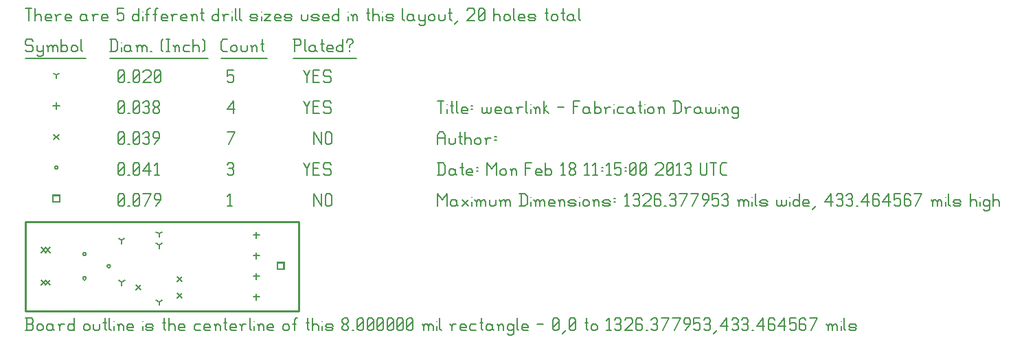
<source format=gbr>
G04 start of page 12 for group -3984 idx -3984 *
G04 Title: wearlink, fab *
G04 Creator: pcb 1.99z *
G04 CreationDate: Mon Feb 18 11:15:00 2013 UTC *
G04 For: dijkstra *
G04 Format: Gerber/RS-274X *
G04 PCB-Dimensions (mil): 1326.38 433.46 *
G04 PCB-Coordinate-Origin: lower left *
%MOIN*%
%FSLAX25Y25*%
%LNFAB*%
%ADD67C,0.0100*%
%ADD66C,0.0075*%
%ADD65C,0.0060*%
%ADD64R,0.0080X0.0080*%
G54D64*X122317Y23450D02*X125517D01*
X122317D02*Y20250D01*
X125517D01*
Y23450D02*Y20250D01*
X13400Y56196D02*X16600D01*
X13400D02*Y52996D01*
X16600D01*
Y56196D02*Y52996D01*
G54D65*X140000Y56846D02*Y50846D01*
Y56846D02*X143750Y50846D01*
Y56846D02*Y50846D01*
X145550Y56096D02*Y51596D01*
Y56096D02*X146300Y56846D01*
X147800D01*
X148550Y56096D01*
Y51596D01*
X147800Y50846D02*X148550Y51596D01*
X146300Y50846D02*X147800D01*
X145550Y51596D02*X146300Y50846D01*
X98000Y55646D02*X99200Y56846D01*
Y50846D01*
X98000D02*X100250D01*
X45000Y51596D02*X45750Y50846D01*
X45000Y56096D02*Y51596D01*
Y56096D02*X45750Y56846D01*
X47250D01*
X48000Y56096D01*
Y51596D01*
X47250Y50846D02*X48000Y51596D01*
X45750Y50846D02*X47250D01*
X45000Y52346D02*X48000Y55346D01*
X49800Y50846D02*X50550D01*
X52350Y51596D02*X53100Y50846D01*
X52350Y56096D02*Y51596D01*
Y56096D02*X53100Y56846D01*
X54600D01*
X55350Y56096D01*
Y51596D01*
X54600Y50846D02*X55350Y51596D01*
X53100Y50846D02*X54600D01*
X52350Y52346D02*X55350Y55346D01*
X57900Y50846D02*X60900Y56846D01*
X57150D02*X60900D01*
X63450Y50846D02*X65700Y53846D01*
Y56096D02*Y53846D01*
X64950Y56846D02*X65700Y56096D01*
X63450Y56846D02*X64950D01*
X62700Y56096D02*X63450Y56846D01*
X62700Y56096D02*Y54596D01*
X63450Y53846D01*
X65700D01*
X27842Y27677D02*G75*G03X29442Y27677I800J0D01*G01*
G75*G03X27842Y27677I-800J0D01*G01*
X39653Y21772D02*G75*G03X41253Y21772I800J0D01*G01*
G75*G03X39653Y21772I-800J0D01*G01*
X27842Y15866D02*G75*G03X29442Y15866I800J0D01*G01*
G75*G03X27842Y15866I-800J0D01*G01*
X14200Y69596D02*G75*G03X15800Y69596I800J0D01*G01*
G75*G03X14200Y69596I-800J0D01*G01*
X135000Y71846D02*X136500Y68846D01*
X138000Y71846D01*
X136500Y68846D02*Y65846D01*
X139800Y69146D02*X142050D01*
X139800Y65846D02*X142800D01*
X139800Y71846D02*Y65846D01*
Y71846D02*X142800D01*
X147600D02*X148350Y71096D01*
X145350Y71846D02*X147600D01*
X144600Y71096D02*X145350Y71846D01*
X144600Y71096D02*Y69596D01*
X145350Y68846D01*
X147600D01*
X148350Y68096D01*
Y66596D01*
X147600Y65846D02*X148350Y66596D01*
X145350Y65846D02*X147600D01*
X144600Y66596D02*X145350Y65846D01*
X98000Y71096D02*X98750Y71846D01*
X100250D01*
X101000Y71096D01*
X100250Y65846D02*X101000Y66596D01*
X98750Y65846D02*X100250D01*
X98000Y66596D02*X98750Y65846D01*
Y69146D02*X100250D01*
X101000Y71096D02*Y69896D01*
Y68396D02*Y66596D01*
Y68396D02*X100250Y69146D01*
X101000Y69896D02*X100250Y69146D01*
X45000Y66596D02*X45750Y65846D01*
X45000Y71096D02*Y66596D01*
Y71096D02*X45750Y71846D01*
X47250D01*
X48000Y71096D01*
Y66596D01*
X47250Y65846D02*X48000Y66596D01*
X45750Y65846D02*X47250D01*
X45000Y67346D02*X48000Y70346D01*
X49800Y65846D02*X50550D01*
X52350Y66596D02*X53100Y65846D01*
X52350Y71096D02*Y66596D01*
Y71096D02*X53100Y71846D01*
X54600D01*
X55350Y71096D01*
Y66596D01*
X54600Y65846D02*X55350Y66596D01*
X53100Y65846D02*X54600D01*
X52350Y67346D02*X55350Y70346D01*
X57150Y68096D02*X60150Y71846D01*
X57150Y68096D02*X60900D01*
X60150Y71846D02*Y65846D01*
X62700Y70646D02*X63900Y71846D01*
Y65846D01*
X62700D02*X64950D01*
X53662Y12598D02*X56062Y10198D01*
X53662D02*X56062Y12598D01*
X73662Y16598D02*X76062Y14198D01*
X73662D02*X76062Y16598D01*
X73662Y8598D02*X76062Y6198D01*
X73662D02*X76062Y8598D01*
X9725Y15098D02*X12125Y12698D01*
X9725D02*X12125Y15098D01*
X7757D02*X10157Y12698D01*
X7757D02*X10157Y15098D01*
X9725Y30846D02*X12125Y28446D01*
X9725D02*X12125Y30846D01*
X7757D02*X10157Y28446D01*
X7757D02*X10157Y30846D01*
X13800Y85796D02*X16200Y83396D01*
X13800D02*X16200Y85796D01*
X140000Y86846D02*Y80846D01*
Y86846D02*X143750Y80846D01*
Y86846D02*Y80846D01*
X145550Y86096D02*Y81596D01*
Y86096D02*X146300Y86846D01*
X147800D01*
X148550Y86096D01*
Y81596D01*
X147800Y80846D02*X148550Y81596D01*
X146300Y80846D02*X147800D01*
X145550Y81596D02*X146300Y80846D01*
X98750D02*X101750Y86846D01*
X98000D02*X101750D01*
X45000Y81596D02*X45750Y80846D01*
X45000Y86096D02*Y81596D01*
Y86096D02*X45750Y86846D01*
X47250D01*
X48000Y86096D01*
Y81596D01*
X47250Y80846D02*X48000Y81596D01*
X45750Y80846D02*X47250D01*
X45000Y82346D02*X48000Y85346D01*
X49800Y80846D02*X50550D01*
X52350Y81596D02*X53100Y80846D01*
X52350Y86096D02*Y81596D01*
Y86096D02*X53100Y86846D01*
X54600D01*
X55350Y86096D01*
Y81596D01*
X54600Y80846D02*X55350Y81596D01*
X53100Y80846D02*X54600D01*
X52350Y82346D02*X55350Y85346D01*
X57150Y86096D02*X57900Y86846D01*
X59400D01*
X60150Y86096D01*
X59400Y80846D02*X60150Y81596D01*
X57900Y80846D02*X59400D01*
X57150Y81596D02*X57900Y80846D01*
Y84146D02*X59400D01*
X60150Y86096D02*Y84896D01*
Y83396D02*Y81596D01*
Y83396D02*X59400Y84146D01*
X60150Y84896D02*X59400Y84146D01*
X62700Y80846D02*X64950Y83846D01*
Y86096D02*Y83846D01*
X64200Y86846D02*X64950Y86096D01*
X62700Y86846D02*X64200D01*
X61950Y86096D02*X62700Y86846D01*
X61950Y86096D02*Y84596D01*
X62700Y83846D01*
X64950D01*
X112106Y8450D02*Y5250D01*
X110506Y6850D02*X113706D01*
X112106Y18450D02*Y15250D01*
X110506Y16850D02*X113706D01*
X112106Y28450D02*Y25250D01*
X110506Y26850D02*X113706D01*
X112106Y38450D02*Y35250D01*
X110506Y36850D02*X113706D01*
X15000Y101196D02*Y97996D01*
X13400Y99596D02*X16600D01*
X135000Y101846D02*X136500Y98846D01*
X138000Y101846D01*
X136500Y98846D02*Y95846D01*
X139800Y99146D02*X142050D01*
X139800Y95846D02*X142800D01*
X139800Y101846D02*Y95846D01*
Y101846D02*X142800D01*
X147600D02*X148350Y101096D01*
X145350Y101846D02*X147600D01*
X144600Y101096D02*X145350Y101846D01*
X144600Y101096D02*Y99596D01*
X145350Y98846D01*
X147600D01*
X148350Y98096D01*
Y96596D01*
X147600Y95846D02*X148350Y96596D01*
X145350Y95846D02*X147600D01*
X144600Y96596D02*X145350Y95846D01*
X98000Y98096D02*X101000Y101846D01*
X98000Y98096D02*X101750D01*
X101000Y101846D02*Y95846D01*
X45000Y96596D02*X45750Y95846D01*
X45000Y101096D02*Y96596D01*
Y101096D02*X45750Y101846D01*
X47250D01*
X48000Y101096D01*
Y96596D01*
X47250Y95846D02*X48000Y96596D01*
X45750Y95846D02*X47250D01*
X45000Y97346D02*X48000Y100346D01*
X49800Y95846D02*X50550D01*
X52350Y96596D02*X53100Y95846D01*
X52350Y101096D02*Y96596D01*
Y101096D02*X53100Y101846D01*
X54600D01*
X55350Y101096D01*
Y96596D01*
X54600Y95846D02*X55350Y96596D01*
X53100Y95846D02*X54600D01*
X52350Y97346D02*X55350Y100346D01*
X57150Y101096D02*X57900Y101846D01*
X59400D01*
X60150Y101096D01*
X59400Y95846D02*X60150Y96596D01*
X57900Y95846D02*X59400D01*
X57150Y96596D02*X57900Y95846D01*
Y99146D02*X59400D01*
X60150Y101096D02*Y99896D01*
Y98396D02*Y96596D01*
Y98396D02*X59400Y99146D01*
X60150Y99896D02*X59400Y99146D01*
X61950Y96596D02*X62700Y95846D01*
X61950Y97796D02*Y96596D01*
Y97796D02*X63000Y98846D01*
X63900D01*
X64950Y97796D01*
Y96596D01*
X64200Y95846D02*X64950Y96596D01*
X62700Y95846D02*X64200D01*
X61950Y99896D02*X63000Y98846D01*
X61950Y101096D02*Y99896D01*
Y101096D02*X62700Y101846D01*
X64200D01*
X64950Y101096D01*
Y99896D01*
X63900Y98846D02*X64950Y99896D01*
X46752Y34370D02*Y32770D01*
Y34370D02*X48139Y35170D01*
X46752Y34370D02*X45365Y35170D01*
X64862Y37520D02*Y35920D01*
Y37520D02*X66249Y38320D01*
X64862Y37520D02*X63476Y38320D01*
X64862Y32008D02*Y30408D01*
Y32008D02*X66249Y32808D01*
X64862Y32008D02*X63476Y32808D01*
X64862Y4449D02*Y2849D01*
Y4449D02*X66249Y5249D01*
X64862Y4449D02*X63476Y5249D01*
X46795Y14031D02*Y12431D01*
Y14031D02*X48182Y14831D01*
X46795Y14031D02*X45409Y14831D01*
X15000Y114596D02*Y112996D01*
Y114596D02*X16387Y115396D01*
X15000Y114596D02*X13613Y115396D01*
X135000Y116846D02*X136500Y113846D01*
X138000Y116846D01*
X136500Y113846D02*Y110846D01*
X139800Y114146D02*X142050D01*
X139800Y110846D02*X142800D01*
X139800Y116846D02*Y110846D01*
Y116846D02*X142800D01*
X147600D02*X148350Y116096D01*
X145350Y116846D02*X147600D01*
X144600Y116096D02*X145350Y116846D01*
X144600Y116096D02*Y114596D01*
X145350Y113846D01*
X147600D01*
X148350Y113096D01*
Y111596D01*
X147600Y110846D02*X148350Y111596D01*
X145350Y110846D02*X147600D01*
X144600Y111596D02*X145350Y110846D01*
X98000Y116846D02*X101000D01*
X98000D02*Y113846D01*
X98750Y114596D01*
X100250D01*
X101000Y113846D01*
Y111596D01*
X100250Y110846D02*X101000Y111596D01*
X98750Y110846D02*X100250D01*
X98000Y111596D02*X98750Y110846D01*
X45000Y111596D02*X45750Y110846D01*
X45000Y116096D02*Y111596D01*
Y116096D02*X45750Y116846D01*
X47250D01*
X48000Y116096D01*
Y111596D01*
X47250Y110846D02*X48000Y111596D01*
X45750Y110846D02*X47250D01*
X45000Y112346D02*X48000Y115346D01*
X49800Y110846D02*X50550D01*
X52350Y111596D02*X53100Y110846D01*
X52350Y116096D02*Y111596D01*
Y116096D02*X53100Y116846D01*
X54600D01*
X55350Y116096D01*
Y111596D01*
X54600Y110846D02*X55350Y111596D01*
X53100Y110846D02*X54600D01*
X52350Y112346D02*X55350Y115346D01*
X57150Y116096D02*X57900Y116846D01*
X60150D01*
X60900Y116096D01*
Y114596D01*
X57150Y110846D02*X60900Y114596D01*
X57150Y110846D02*X60900D01*
X62700Y111596D02*X63450Y110846D01*
X62700Y116096D02*Y111596D01*
Y116096D02*X63450Y116846D01*
X64950D01*
X65700Y116096D01*
Y111596D01*
X64950Y110846D02*X65700Y111596D01*
X63450Y110846D02*X64950D01*
X62700Y112346D02*X65700Y115346D01*
X3000Y131846D02*X3750Y131096D01*
X750Y131846D02*X3000D01*
X0Y131096D02*X750Y131846D01*
X0Y131096D02*Y129596D01*
X750Y128846D01*
X3000D01*
X3750Y128096D01*
Y126596D01*
X3000Y125846D02*X3750Y126596D01*
X750Y125846D02*X3000D01*
X0Y126596D02*X750Y125846D01*
X5550Y128846D02*Y126596D01*
X6300Y125846D01*
X8550Y128846D02*Y124346D01*
X7800Y123596D02*X8550Y124346D01*
X6300Y123596D02*X7800D01*
X5550Y124346D02*X6300Y123596D01*
Y125846D02*X7800D01*
X8550Y126596D01*
X11100Y128096D02*Y125846D01*
Y128096D02*X11850Y128846D01*
X12600D01*
X13350Y128096D01*
Y125846D01*
Y128096D02*X14100Y128846D01*
X14850D01*
X15600Y128096D01*
Y125846D01*
X10350Y128846D02*X11100Y128096D01*
X17400Y131846D02*Y125846D01*
Y126596D02*X18150Y125846D01*
X19650D01*
X20400Y126596D01*
Y128096D02*Y126596D01*
X19650Y128846D02*X20400Y128096D01*
X18150Y128846D02*X19650D01*
X17400Y128096D02*X18150Y128846D01*
X22200Y128096D02*Y126596D01*
Y128096D02*X22950Y128846D01*
X24450D01*
X25200Y128096D01*
Y126596D01*
X24450Y125846D02*X25200Y126596D01*
X22950Y125846D02*X24450D01*
X22200Y126596D02*X22950Y125846D01*
X27000Y131846D02*Y126596D01*
X27750Y125846D01*
X0Y122596D02*X29250D01*
X41750Y131846D02*Y125846D01*
X43700Y131846D02*X44750Y130796D01*
Y126896D01*
X43700Y125846D02*X44750Y126896D01*
X41000Y125846D02*X43700D01*
X41000Y131846D02*X43700D01*
G54D66*X46550Y130346D02*Y130196D01*
G54D65*Y128096D02*Y125846D01*
X50300Y128846D02*X51050Y128096D01*
X48800Y128846D02*X50300D01*
X48050Y128096D02*X48800Y128846D01*
X48050Y128096D02*Y126596D01*
X48800Y125846D01*
X51050Y128846D02*Y126596D01*
X51800Y125846D01*
X48800D02*X50300D01*
X51050Y126596D01*
X54350Y128096D02*Y125846D01*
Y128096D02*X55100Y128846D01*
X55850D01*
X56600Y128096D01*
Y125846D01*
Y128096D02*X57350Y128846D01*
X58100D01*
X58850Y128096D01*
Y125846D01*
X53600Y128846D02*X54350Y128096D01*
X60650Y125846D02*X61400D01*
X65900Y126596D02*X66650Y125846D01*
X65900Y131096D02*X66650Y131846D01*
X65900Y131096D02*Y126596D01*
X68450Y131846D02*X69950D01*
X69200D02*Y125846D01*
X68450D02*X69950D01*
X72500Y128096D02*Y125846D01*
Y128096D02*X73250Y128846D01*
X74000D01*
X74750Y128096D01*
Y125846D01*
X71750Y128846D02*X72500Y128096D01*
X77300Y128846D02*X79550D01*
X76550Y128096D02*X77300Y128846D01*
X76550Y128096D02*Y126596D01*
X77300Y125846D01*
X79550D01*
X81350Y131846D02*Y125846D01*
Y128096D02*X82100Y128846D01*
X83600D01*
X84350Y128096D01*
Y125846D01*
X86150Y131846D02*X86900Y131096D01*
Y126596D01*
X86150Y125846D02*X86900Y126596D01*
X41000Y122596D02*X88700D01*
X96050Y125846D02*X98000D01*
X95000Y126896D02*X96050Y125846D01*
X95000Y130796D02*Y126896D01*
Y130796D02*X96050Y131846D01*
X98000D01*
X99800Y128096D02*Y126596D01*
Y128096D02*X100550Y128846D01*
X102050D01*
X102800Y128096D01*
Y126596D01*
X102050Y125846D02*X102800Y126596D01*
X100550Y125846D02*X102050D01*
X99800Y126596D02*X100550Y125846D01*
X104600Y128846D02*Y126596D01*
X105350Y125846D01*
X106850D01*
X107600Y126596D01*
Y128846D02*Y126596D01*
X110150Y128096D02*Y125846D01*
Y128096D02*X110900Y128846D01*
X111650D01*
X112400Y128096D01*
Y125846D01*
X109400Y128846D02*X110150Y128096D01*
X114950Y131846D02*Y126596D01*
X115700Y125846D01*
X114200Y129596D02*X115700D01*
X95000Y122596D02*X117200D01*
X130750Y131846D02*Y125846D01*
X130000Y131846D02*X133000D01*
X133750Y131096D01*
Y129596D01*
X133000Y128846D02*X133750Y129596D01*
X130750Y128846D02*X133000D01*
X135550Y131846D02*Y126596D01*
X136300Y125846D01*
X140050Y128846D02*X140800Y128096D01*
X138550Y128846D02*X140050D01*
X137800Y128096D02*X138550Y128846D01*
X137800Y128096D02*Y126596D01*
X138550Y125846D01*
X140800Y128846D02*Y126596D01*
X141550Y125846D01*
X138550D02*X140050D01*
X140800Y126596D01*
X144100Y131846D02*Y126596D01*
X144850Y125846D01*
X143350Y129596D02*X144850D01*
X147100Y125846D02*X149350D01*
X146350Y126596D02*X147100Y125846D01*
X146350Y128096D02*Y126596D01*
Y128096D02*X147100Y128846D01*
X148600D01*
X149350Y128096D01*
X146350Y127346D02*X149350D01*
Y128096D02*Y127346D01*
X154150Y131846D02*Y125846D01*
X153400D02*X154150Y126596D01*
X151900Y125846D02*X153400D01*
X151150Y126596D02*X151900Y125846D01*
X151150Y128096D02*Y126596D01*
Y128096D02*X151900Y128846D01*
X153400D01*
X154150Y128096D01*
X157450Y128846D02*Y128096D01*
Y126596D02*Y125846D01*
X155950Y131096D02*Y130346D01*
Y131096D02*X156700Y131846D01*
X158200D01*
X158950Y131096D01*
Y130346D01*
X157450Y128846D02*X158950Y130346D01*
X130000Y122596D02*X160750D01*
X0Y146846D02*X3000D01*
X1500D02*Y140846D01*
X4800Y146846D02*Y140846D01*
Y143096D02*X5550Y143846D01*
X7050D01*
X7800Y143096D01*
Y140846D01*
X10350D02*X12600D01*
X9600Y141596D02*X10350Y140846D01*
X9600Y143096D02*Y141596D01*
Y143096D02*X10350Y143846D01*
X11850D01*
X12600Y143096D01*
X9600Y142346D02*X12600D01*
Y143096D02*Y142346D01*
X15150Y143096D02*Y140846D01*
Y143096D02*X15900Y143846D01*
X17400D01*
X14400D02*X15150Y143096D01*
X19950Y140846D02*X22200D01*
X19200Y141596D02*X19950Y140846D01*
X19200Y143096D02*Y141596D01*
Y143096D02*X19950Y143846D01*
X21450D01*
X22200Y143096D01*
X19200Y142346D02*X22200D01*
Y143096D02*Y142346D01*
X28950Y143846D02*X29700Y143096D01*
X27450Y143846D02*X28950D01*
X26700Y143096D02*X27450Y143846D01*
X26700Y143096D02*Y141596D01*
X27450Y140846D01*
X29700Y143846D02*Y141596D01*
X30450Y140846D01*
X27450D02*X28950D01*
X29700Y141596D01*
X33000Y143096D02*Y140846D01*
Y143096D02*X33750Y143846D01*
X35250D01*
X32250D02*X33000Y143096D01*
X37800Y140846D02*X40050D01*
X37050Y141596D02*X37800Y140846D01*
X37050Y143096D02*Y141596D01*
Y143096D02*X37800Y143846D01*
X39300D01*
X40050Y143096D01*
X37050Y142346D02*X40050D01*
Y143096D02*Y142346D01*
X44550Y146846D02*X47550D01*
X44550D02*Y143846D01*
X45300Y144596D01*
X46800D01*
X47550Y143846D01*
Y141596D01*
X46800Y140846D02*X47550Y141596D01*
X45300Y140846D02*X46800D01*
X44550Y141596D02*X45300Y140846D01*
X55050Y146846D02*Y140846D01*
X54300D02*X55050Y141596D01*
X52800Y140846D02*X54300D01*
X52050Y141596D02*X52800Y140846D01*
X52050Y143096D02*Y141596D01*
Y143096D02*X52800Y143846D01*
X54300D01*
X55050Y143096D01*
G54D66*X56850Y145346D02*Y145196D01*
G54D65*Y143096D02*Y140846D01*
X59100Y146096D02*Y140846D01*
Y146096D02*X59850Y146846D01*
X60600D01*
X58350Y143846D02*X59850D01*
X62850Y146096D02*Y140846D01*
Y146096D02*X63600Y146846D01*
X64350D01*
X62100Y143846D02*X63600D01*
X66600Y140846D02*X68850D01*
X65850Y141596D02*X66600Y140846D01*
X65850Y143096D02*Y141596D01*
Y143096D02*X66600Y143846D01*
X68100D01*
X68850Y143096D01*
X65850Y142346D02*X68850D01*
Y143096D02*Y142346D01*
X71400Y143096D02*Y140846D01*
Y143096D02*X72150Y143846D01*
X73650D01*
X70650D02*X71400Y143096D01*
X76200Y140846D02*X78450D01*
X75450Y141596D02*X76200Y140846D01*
X75450Y143096D02*Y141596D01*
Y143096D02*X76200Y143846D01*
X77700D01*
X78450Y143096D01*
X75450Y142346D02*X78450D01*
Y143096D02*Y142346D01*
X81000Y143096D02*Y140846D01*
Y143096D02*X81750Y143846D01*
X82500D01*
X83250Y143096D01*
Y140846D01*
X80250Y143846D02*X81000Y143096D01*
X85800Y146846D02*Y141596D01*
X86550Y140846D01*
X85050Y144596D02*X86550D01*
X93750Y146846D02*Y140846D01*
X93000D02*X93750Y141596D01*
X91500Y140846D02*X93000D01*
X90750Y141596D02*X91500Y140846D01*
X90750Y143096D02*Y141596D01*
Y143096D02*X91500Y143846D01*
X93000D01*
X93750Y143096D01*
X96300D02*Y140846D01*
Y143096D02*X97050Y143846D01*
X98550D01*
X95550D02*X96300Y143096D01*
G54D66*X100350Y145346D02*Y145196D01*
G54D65*Y143096D02*Y140846D01*
X101850Y146846D02*Y141596D01*
X102600Y140846D01*
X104100Y146846D02*Y141596D01*
X104850Y140846D01*
X109800D02*X112050D01*
X112800Y141596D01*
X112050Y142346D02*X112800Y141596D01*
X109800Y142346D02*X112050D01*
X109050Y143096D02*X109800Y142346D01*
X109050Y143096D02*X109800Y143846D01*
X112050D01*
X112800Y143096D01*
X109050Y141596D02*X109800Y140846D01*
G54D66*X114600Y145346D02*Y145196D01*
G54D65*Y143096D02*Y140846D01*
X116100Y143846D02*X119100D01*
X116100Y140846D02*X119100Y143846D01*
X116100Y140846D02*X119100D01*
X121650D02*X123900D01*
X120900Y141596D02*X121650Y140846D01*
X120900Y143096D02*Y141596D01*
Y143096D02*X121650Y143846D01*
X123150D01*
X123900Y143096D01*
X120900Y142346D02*X123900D01*
Y143096D02*Y142346D01*
X126450Y140846D02*X128700D01*
X129450Y141596D01*
X128700Y142346D02*X129450Y141596D01*
X126450Y142346D02*X128700D01*
X125700Y143096D02*X126450Y142346D01*
X125700Y143096D02*X126450Y143846D01*
X128700D01*
X129450Y143096D01*
X125700Y141596D02*X126450Y140846D01*
X133950Y143846D02*Y141596D01*
X134700Y140846D01*
X136200D01*
X136950Y141596D01*
Y143846D02*Y141596D01*
X139500Y140846D02*X141750D01*
X142500Y141596D01*
X141750Y142346D02*X142500Y141596D01*
X139500Y142346D02*X141750D01*
X138750Y143096D02*X139500Y142346D01*
X138750Y143096D02*X139500Y143846D01*
X141750D01*
X142500Y143096D01*
X138750Y141596D02*X139500Y140846D01*
X145050D02*X147300D01*
X144300Y141596D02*X145050Y140846D01*
X144300Y143096D02*Y141596D01*
Y143096D02*X145050Y143846D01*
X146550D01*
X147300Y143096D01*
X144300Y142346D02*X147300D01*
Y143096D02*Y142346D01*
X152100Y146846D02*Y140846D01*
X151350D02*X152100Y141596D01*
X149850Y140846D02*X151350D01*
X149100Y141596D02*X149850Y140846D01*
X149100Y143096D02*Y141596D01*
Y143096D02*X149850Y143846D01*
X151350D01*
X152100Y143096D01*
G54D66*X156600Y145346D02*Y145196D01*
G54D65*Y143096D02*Y140846D01*
X158850Y143096D02*Y140846D01*
Y143096D02*X159600Y143846D01*
X160350D01*
X161100Y143096D01*
Y140846D01*
X158100Y143846D02*X158850Y143096D01*
X166350Y146846D02*Y141596D01*
X167100Y140846D01*
X165600Y144596D02*X167100D01*
X168600Y146846D02*Y140846D01*
Y143096D02*X169350Y143846D01*
X170850D01*
X171600Y143096D01*
Y140846D01*
G54D66*X173400Y145346D02*Y145196D01*
G54D65*Y143096D02*Y140846D01*
X175650D02*X177900D01*
X178650Y141596D01*
X177900Y142346D02*X178650Y141596D01*
X175650Y142346D02*X177900D01*
X174900Y143096D02*X175650Y142346D01*
X174900Y143096D02*X175650Y143846D01*
X177900D01*
X178650Y143096D01*
X174900Y141596D02*X175650Y140846D01*
X183150Y146846D02*Y141596D01*
X183900Y140846D01*
X187650Y143846D02*X188400Y143096D01*
X186150Y143846D02*X187650D01*
X185400Y143096D02*X186150Y143846D01*
X185400Y143096D02*Y141596D01*
X186150Y140846D01*
X188400Y143846D02*Y141596D01*
X189150Y140846D01*
X186150D02*X187650D01*
X188400Y141596D01*
X190950Y143846D02*Y141596D01*
X191700Y140846D01*
X193950Y143846D02*Y139346D01*
X193200Y138596D02*X193950Y139346D01*
X191700Y138596D02*X193200D01*
X190950Y139346D02*X191700Y138596D01*
Y140846D02*X193200D01*
X193950Y141596D01*
X195750Y143096D02*Y141596D01*
Y143096D02*X196500Y143846D01*
X198000D01*
X198750Y143096D01*
Y141596D01*
X198000Y140846D02*X198750Y141596D01*
X196500Y140846D02*X198000D01*
X195750Y141596D02*X196500Y140846D01*
X200550Y143846D02*Y141596D01*
X201300Y140846D01*
X202800D01*
X203550Y141596D01*
Y143846D02*Y141596D01*
X206100Y146846D02*Y141596D01*
X206850Y140846D01*
X205350Y144596D02*X206850D01*
X208350Y139346D02*X209850Y140846D01*
X214350Y146096D02*X215100Y146846D01*
X217350D01*
X218100Y146096D01*
Y144596D01*
X214350Y140846D02*X218100Y144596D01*
X214350Y140846D02*X218100D01*
X219900Y141596D02*X220650Y140846D01*
X219900Y146096D02*Y141596D01*
Y146096D02*X220650Y146846D01*
X222150D01*
X222900Y146096D01*
Y141596D01*
X222150Y140846D02*X222900Y141596D01*
X220650Y140846D02*X222150D01*
X219900Y142346D02*X222900Y145346D01*
X227400Y146846D02*Y140846D01*
Y143096D02*X228150Y143846D01*
X229650D01*
X230400Y143096D01*
Y140846D01*
X232200Y143096D02*Y141596D01*
Y143096D02*X232950Y143846D01*
X234450D01*
X235200Y143096D01*
Y141596D01*
X234450Y140846D02*X235200Y141596D01*
X232950Y140846D02*X234450D01*
X232200Y141596D02*X232950Y140846D01*
X237000Y146846D02*Y141596D01*
X237750Y140846D01*
X240000D02*X242250D01*
X239250Y141596D02*X240000Y140846D01*
X239250Y143096D02*Y141596D01*
Y143096D02*X240000Y143846D01*
X241500D01*
X242250Y143096D01*
X239250Y142346D02*X242250D01*
Y143096D02*Y142346D01*
X244800Y140846D02*X247050D01*
X247800Y141596D01*
X247050Y142346D02*X247800Y141596D01*
X244800Y142346D02*X247050D01*
X244050Y143096D02*X244800Y142346D01*
X244050Y143096D02*X244800Y143846D01*
X247050D01*
X247800Y143096D01*
X244050Y141596D02*X244800Y140846D01*
X253050Y146846D02*Y141596D01*
X253800Y140846D01*
X252300Y144596D02*X253800D01*
X255300Y143096D02*Y141596D01*
Y143096D02*X256050Y143846D01*
X257550D01*
X258300Y143096D01*
Y141596D01*
X257550Y140846D02*X258300Y141596D01*
X256050Y140846D02*X257550D01*
X255300Y141596D02*X256050Y140846D01*
X260850Y146846D02*Y141596D01*
X261600Y140846D01*
X260100Y144596D02*X261600D01*
X265350Y143846D02*X266100Y143096D01*
X263850Y143846D02*X265350D01*
X263100Y143096D02*X263850Y143846D01*
X263100Y143096D02*Y141596D01*
X263850Y140846D01*
X266100Y143846D02*Y141596D01*
X266850Y140846D01*
X263850D02*X265350D01*
X266100Y141596D01*
X268650Y146846D02*Y141596D01*
X269400Y140846D01*
G54D67*X0Y43346D02*X132638D01*
X0D02*Y0D01*
X132638Y43346D02*Y0D01*
X0D02*X132638D01*
G54D65*X200000Y56846D02*Y50846D01*
Y56846D02*X202250Y53846D01*
X204500Y56846D01*
Y50846D01*
X208550Y53846D02*X209300Y53096D01*
X207050Y53846D02*X208550D01*
X206300Y53096D02*X207050Y53846D01*
X206300Y53096D02*Y51596D01*
X207050Y50846D01*
X209300Y53846D02*Y51596D01*
X210050Y50846D01*
X207050D02*X208550D01*
X209300Y51596D01*
X211850Y53846D02*X214850Y50846D01*
X211850D02*X214850Y53846D01*
G54D66*X216650Y55346D02*Y55196D01*
G54D65*Y53096D02*Y50846D01*
X218900Y53096D02*Y50846D01*
Y53096D02*X219650Y53846D01*
X220400D01*
X221150Y53096D01*
Y50846D01*
Y53096D02*X221900Y53846D01*
X222650D01*
X223400Y53096D01*
Y50846D01*
X218150Y53846D02*X218900Y53096D01*
X225200Y53846D02*Y51596D01*
X225950Y50846D01*
X227450D01*
X228200Y51596D01*
Y53846D02*Y51596D01*
X230750Y53096D02*Y50846D01*
Y53096D02*X231500Y53846D01*
X232250D01*
X233000Y53096D01*
Y50846D01*
Y53096D02*X233750Y53846D01*
X234500D01*
X235250Y53096D01*
Y50846D01*
X230000Y53846D02*X230750Y53096D01*
X240500Y56846D02*Y50846D01*
X242450Y56846D02*X243500Y55796D01*
Y51896D01*
X242450Y50846D02*X243500Y51896D01*
X239750Y50846D02*X242450D01*
X239750Y56846D02*X242450D01*
G54D66*X245300Y55346D02*Y55196D01*
G54D65*Y53096D02*Y50846D01*
X247550Y53096D02*Y50846D01*
Y53096D02*X248300Y53846D01*
X249050D01*
X249800Y53096D01*
Y50846D01*
Y53096D02*X250550Y53846D01*
X251300D01*
X252050Y53096D01*
Y50846D01*
X246800Y53846D02*X247550Y53096D01*
X254600Y50846D02*X256850D01*
X253850Y51596D02*X254600Y50846D01*
X253850Y53096D02*Y51596D01*
Y53096D02*X254600Y53846D01*
X256100D01*
X256850Y53096D01*
X253850Y52346D02*X256850D01*
Y53096D02*Y52346D01*
X259400Y53096D02*Y50846D01*
Y53096D02*X260150Y53846D01*
X260900D01*
X261650Y53096D01*
Y50846D01*
X258650Y53846D02*X259400Y53096D01*
X264200Y50846D02*X266450D01*
X267200Y51596D01*
X266450Y52346D02*X267200Y51596D01*
X264200Y52346D02*X266450D01*
X263450Y53096D02*X264200Y52346D01*
X263450Y53096D02*X264200Y53846D01*
X266450D01*
X267200Y53096D01*
X263450Y51596D02*X264200Y50846D01*
G54D66*X269000Y55346D02*Y55196D01*
G54D65*Y53096D02*Y50846D01*
X270500Y53096D02*Y51596D01*
Y53096D02*X271250Y53846D01*
X272750D01*
X273500Y53096D01*
Y51596D01*
X272750Y50846D02*X273500Y51596D01*
X271250Y50846D02*X272750D01*
X270500Y51596D02*X271250Y50846D01*
X276050Y53096D02*Y50846D01*
Y53096D02*X276800Y53846D01*
X277550D01*
X278300Y53096D01*
Y50846D01*
X275300Y53846D02*X276050Y53096D01*
X280850Y50846D02*X283100D01*
X283850Y51596D01*
X283100Y52346D02*X283850Y51596D01*
X280850Y52346D02*X283100D01*
X280100Y53096D02*X280850Y52346D01*
X280100Y53096D02*X280850Y53846D01*
X283100D01*
X283850Y53096D01*
X280100Y51596D02*X280850Y50846D01*
X285650Y54596D02*X286400D01*
X285650Y53096D02*X286400D01*
X290900Y55646D02*X292100Y56846D01*
Y50846D01*
X290900D02*X293150D01*
X294950Y56096D02*X295700Y56846D01*
X297200D01*
X297950Y56096D01*
X297200Y50846D02*X297950Y51596D01*
X295700Y50846D02*X297200D01*
X294950Y51596D02*X295700Y50846D01*
Y54146D02*X297200D01*
X297950Y56096D02*Y54896D01*
Y53396D02*Y51596D01*
Y53396D02*X297200Y54146D01*
X297950Y54896D02*X297200Y54146D01*
X299750Y56096D02*X300500Y56846D01*
X302750D01*
X303500Y56096D01*
Y54596D01*
X299750Y50846D02*X303500Y54596D01*
X299750Y50846D02*X303500D01*
X307550Y56846D02*X308300Y56096D01*
X306050Y56846D02*X307550D01*
X305300Y56096D02*X306050Y56846D01*
X305300Y56096D02*Y51596D01*
X306050Y50846D01*
X307550Y54146D02*X308300Y53396D01*
X305300Y54146D02*X307550D01*
X306050Y50846D02*X307550D01*
X308300Y51596D01*
Y53396D02*Y51596D01*
X310100Y50846D02*X310850D01*
X312650Y56096D02*X313400Y56846D01*
X314900D01*
X315650Y56096D01*
X314900Y50846D02*X315650Y51596D01*
X313400Y50846D02*X314900D01*
X312650Y51596D02*X313400Y50846D01*
Y54146D02*X314900D01*
X315650Y56096D02*Y54896D01*
Y53396D02*Y51596D01*
Y53396D02*X314900Y54146D01*
X315650Y54896D02*X314900Y54146D01*
X318200Y50846D02*X321200Y56846D01*
X317450D02*X321200D01*
X323750Y50846D02*X326750Y56846D01*
X323000D02*X326750D01*
X329300Y50846D02*X331550Y53846D01*
Y56096D02*Y53846D01*
X330800Y56846D02*X331550Y56096D01*
X329300Y56846D02*X330800D01*
X328550Y56096D02*X329300Y56846D01*
X328550Y56096D02*Y54596D01*
X329300Y53846D01*
X331550D01*
X333350Y56846D02*X336350D01*
X333350D02*Y53846D01*
X334100Y54596D01*
X335600D01*
X336350Y53846D01*
Y51596D01*
X335600Y50846D02*X336350Y51596D01*
X334100Y50846D02*X335600D01*
X333350Y51596D02*X334100Y50846D01*
X338150Y56096D02*X338900Y56846D01*
X340400D01*
X341150Y56096D01*
X340400Y50846D02*X341150Y51596D01*
X338900Y50846D02*X340400D01*
X338150Y51596D02*X338900Y50846D01*
Y54146D02*X340400D01*
X341150Y56096D02*Y54896D01*
Y53396D02*Y51596D01*
Y53396D02*X340400Y54146D01*
X341150Y54896D02*X340400Y54146D01*
X346400Y53096D02*Y50846D01*
Y53096D02*X347150Y53846D01*
X347900D01*
X348650Y53096D01*
Y50846D01*
Y53096D02*X349400Y53846D01*
X350150D01*
X350900Y53096D01*
Y50846D01*
X345650Y53846D02*X346400Y53096D01*
G54D66*X352700Y55346D02*Y55196D01*
G54D65*Y53096D02*Y50846D01*
X354200Y56846D02*Y51596D01*
X354950Y50846D01*
X357200D02*X359450D01*
X360200Y51596D01*
X359450Y52346D02*X360200Y51596D01*
X357200Y52346D02*X359450D01*
X356450Y53096D02*X357200Y52346D01*
X356450Y53096D02*X357200Y53846D01*
X359450D01*
X360200Y53096D01*
X356450Y51596D02*X357200Y50846D01*
X364700Y53846D02*Y51596D01*
X365450Y50846D01*
X366200D01*
X366950Y51596D01*
Y53846D02*Y51596D01*
X367700Y50846D01*
X368450D01*
X369200Y51596D01*
Y53846D02*Y51596D01*
G54D66*X371000Y55346D02*Y55196D01*
G54D65*Y53096D02*Y50846D01*
X375500Y56846D02*Y50846D01*
X374750D02*X375500Y51596D01*
X373250Y50846D02*X374750D01*
X372500Y51596D02*X373250Y50846D01*
X372500Y53096D02*Y51596D01*
Y53096D02*X373250Y53846D01*
X374750D01*
X375500Y53096D01*
X378050Y50846D02*X380300D01*
X377300Y51596D02*X378050Y50846D01*
X377300Y53096D02*Y51596D01*
Y53096D02*X378050Y53846D01*
X379550D01*
X380300Y53096D01*
X377300Y52346D02*X380300D01*
Y53096D02*Y52346D01*
X382100Y49346D02*X383600Y50846D01*
X388100Y53096D02*X391100Y56846D01*
X388100Y53096D02*X391850D01*
X391100Y56846D02*Y50846D01*
X393650Y56096D02*X394400Y56846D01*
X395900D01*
X396650Y56096D01*
X395900Y50846D02*X396650Y51596D01*
X394400Y50846D02*X395900D01*
X393650Y51596D02*X394400Y50846D01*
Y54146D02*X395900D01*
X396650Y56096D02*Y54896D01*
Y53396D02*Y51596D01*
Y53396D02*X395900Y54146D01*
X396650Y54896D02*X395900Y54146D01*
X398450Y56096D02*X399200Y56846D01*
X400700D01*
X401450Y56096D01*
X400700Y50846D02*X401450Y51596D01*
X399200Y50846D02*X400700D01*
X398450Y51596D02*X399200Y50846D01*
Y54146D02*X400700D01*
X401450Y56096D02*Y54896D01*
Y53396D02*Y51596D01*
Y53396D02*X400700Y54146D01*
X401450Y54896D02*X400700Y54146D01*
X403250Y50846D02*X404000D01*
X405800Y53096D02*X408800Y56846D01*
X405800Y53096D02*X409550D01*
X408800Y56846D02*Y50846D01*
X413600Y56846D02*X414350Y56096D01*
X412100Y56846D02*X413600D01*
X411350Y56096D02*X412100Y56846D01*
X411350Y56096D02*Y51596D01*
X412100Y50846D01*
X413600Y54146D02*X414350Y53396D01*
X411350Y54146D02*X413600D01*
X412100Y50846D02*X413600D01*
X414350Y51596D01*
Y53396D02*Y51596D01*
X416150Y53096D02*X419150Y56846D01*
X416150Y53096D02*X419900D01*
X419150Y56846D02*Y50846D01*
X421700Y56846D02*X424700D01*
X421700D02*Y53846D01*
X422450Y54596D01*
X423950D01*
X424700Y53846D01*
Y51596D01*
X423950Y50846D02*X424700Y51596D01*
X422450Y50846D02*X423950D01*
X421700Y51596D02*X422450Y50846D01*
X428750Y56846D02*X429500Y56096D01*
X427250Y56846D02*X428750D01*
X426500Y56096D02*X427250Y56846D01*
X426500Y56096D02*Y51596D01*
X427250Y50846D01*
X428750Y54146D02*X429500Y53396D01*
X426500Y54146D02*X428750D01*
X427250Y50846D02*X428750D01*
X429500Y51596D01*
Y53396D02*Y51596D01*
X432050Y50846D02*X435050Y56846D01*
X431300D02*X435050D01*
X440300Y53096D02*Y50846D01*
Y53096D02*X441050Y53846D01*
X441800D01*
X442550Y53096D01*
Y50846D01*
Y53096D02*X443300Y53846D01*
X444050D01*
X444800Y53096D01*
Y50846D01*
X439550Y53846D02*X440300Y53096D01*
G54D66*X446600Y55346D02*Y55196D01*
G54D65*Y53096D02*Y50846D01*
X448100Y56846D02*Y51596D01*
X448850Y50846D01*
X451100D02*X453350D01*
X454100Y51596D01*
X453350Y52346D02*X454100Y51596D01*
X451100Y52346D02*X453350D01*
X450350Y53096D02*X451100Y52346D01*
X450350Y53096D02*X451100Y53846D01*
X453350D01*
X454100Y53096D01*
X450350Y51596D02*X451100Y50846D01*
X458600Y56846D02*Y50846D01*
Y53096D02*X459350Y53846D01*
X460850D01*
X461600Y53096D01*
Y50846D01*
G54D66*X463400Y55346D02*Y55196D01*
G54D65*Y53096D02*Y50846D01*
X467150Y53846D02*X467900Y53096D01*
X465650Y53846D02*X467150D01*
X464900Y53096D02*X465650Y53846D01*
X464900Y53096D02*Y51596D01*
X465650Y50846D01*
X467150D01*
X467900Y51596D01*
X464900Y49346D02*X465650Y48596D01*
X467150D01*
X467900Y49346D01*
Y53846D02*Y49346D01*
X469700Y56846D02*Y50846D01*
Y53096D02*X470450Y53846D01*
X471950D01*
X472700Y53096D01*
Y50846D01*
X0Y-9500D02*X3000D01*
X3750Y-8750D01*
Y-6950D02*Y-8750D01*
X3000Y-6200D02*X3750Y-6950D01*
X750Y-6200D02*X3000D01*
X750Y-3500D02*Y-9500D01*
X0Y-3500D02*X3000D01*
X3750Y-4250D01*
Y-5450D01*
X3000Y-6200D02*X3750Y-5450D01*
X5550Y-7250D02*Y-8750D01*
Y-7250D02*X6300Y-6500D01*
X7800D01*
X8550Y-7250D01*
Y-8750D01*
X7800Y-9500D02*X8550Y-8750D01*
X6300Y-9500D02*X7800D01*
X5550Y-8750D02*X6300Y-9500D01*
X12600Y-6500D02*X13350Y-7250D01*
X11100Y-6500D02*X12600D01*
X10350Y-7250D02*X11100Y-6500D01*
X10350Y-7250D02*Y-8750D01*
X11100Y-9500D01*
X13350Y-6500D02*Y-8750D01*
X14100Y-9500D01*
X11100D02*X12600D01*
X13350Y-8750D01*
X16650Y-7250D02*Y-9500D01*
Y-7250D02*X17400Y-6500D01*
X18900D01*
X15900D02*X16650Y-7250D01*
X23700Y-3500D02*Y-9500D01*
X22950D02*X23700Y-8750D01*
X21450Y-9500D02*X22950D01*
X20700Y-8750D02*X21450Y-9500D01*
X20700Y-7250D02*Y-8750D01*
Y-7250D02*X21450Y-6500D01*
X22950D01*
X23700Y-7250D01*
X28200D02*Y-8750D01*
Y-7250D02*X28950Y-6500D01*
X30450D01*
X31200Y-7250D01*
Y-8750D01*
X30450Y-9500D02*X31200Y-8750D01*
X28950Y-9500D02*X30450D01*
X28200Y-8750D02*X28950Y-9500D01*
X33000Y-6500D02*Y-8750D01*
X33750Y-9500D01*
X35250D01*
X36000Y-8750D01*
Y-6500D02*Y-8750D01*
X38550Y-3500D02*Y-8750D01*
X39300Y-9500D01*
X37800Y-5750D02*X39300D01*
X40800Y-3500D02*Y-8750D01*
X41550Y-9500D01*
G54D66*X43050Y-5000D02*Y-5150D01*
G54D65*Y-7250D02*Y-9500D01*
X45300Y-7250D02*Y-9500D01*
Y-7250D02*X46050Y-6500D01*
X46800D01*
X47550Y-7250D01*
Y-9500D01*
X44550Y-6500D02*X45300Y-7250D01*
X50100Y-9500D02*X52350D01*
X49350Y-8750D02*X50100Y-9500D01*
X49350Y-7250D02*Y-8750D01*
Y-7250D02*X50100Y-6500D01*
X51600D01*
X52350Y-7250D01*
X49350Y-8000D02*X52350D01*
Y-7250D02*Y-8000D01*
G54D66*X56850Y-5000D02*Y-5150D01*
G54D65*Y-7250D02*Y-9500D01*
X59100D02*X61350D01*
X62100Y-8750D01*
X61350Y-8000D02*X62100Y-8750D01*
X59100Y-8000D02*X61350D01*
X58350Y-7250D02*X59100Y-8000D01*
X58350Y-7250D02*X59100Y-6500D01*
X61350D01*
X62100Y-7250D01*
X58350Y-8750D02*X59100Y-9500D01*
X67350Y-3500D02*Y-8750D01*
X68100Y-9500D01*
X66600Y-5750D02*X68100D01*
X69600Y-3500D02*Y-9500D01*
Y-7250D02*X70350Y-6500D01*
X71850D01*
X72600Y-7250D01*
Y-9500D01*
X75150D02*X77400D01*
X74400Y-8750D02*X75150Y-9500D01*
X74400Y-7250D02*Y-8750D01*
Y-7250D02*X75150Y-6500D01*
X76650D01*
X77400Y-7250D01*
X74400Y-8000D02*X77400D01*
Y-7250D02*Y-8000D01*
X82650Y-6500D02*X84900D01*
X81900Y-7250D02*X82650Y-6500D01*
X81900Y-7250D02*Y-8750D01*
X82650Y-9500D01*
X84900D01*
X87450D02*X89700D01*
X86700Y-8750D02*X87450Y-9500D01*
X86700Y-7250D02*Y-8750D01*
Y-7250D02*X87450Y-6500D01*
X88950D01*
X89700Y-7250D01*
X86700Y-8000D02*X89700D01*
Y-7250D02*Y-8000D01*
X92250Y-7250D02*Y-9500D01*
Y-7250D02*X93000Y-6500D01*
X93750D01*
X94500Y-7250D01*
Y-9500D01*
X91500Y-6500D02*X92250Y-7250D01*
X97050Y-3500D02*Y-8750D01*
X97800Y-9500D01*
X96300Y-5750D02*X97800D01*
X100050Y-9500D02*X102300D01*
X99300Y-8750D02*X100050Y-9500D01*
X99300Y-7250D02*Y-8750D01*
Y-7250D02*X100050Y-6500D01*
X101550D01*
X102300Y-7250D01*
X99300Y-8000D02*X102300D01*
Y-7250D02*Y-8000D01*
X104850Y-7250D02*Y-9500D01*
Y-7250D02*X105600Y-6500D01*
X107100D01*
X104100D02*X104850Y-7250D01*
X108900Y-3500D02*Y-8750D01*
X109650Y-9500D01*
G54D66*X111150Y-5000D02*Y-5150D01*
G54D65*Y-7250D02*Y-9500D01*
X113400Y-7250D02*Y-9500D01*
Y-7250D02*X114150Y-6500D01*
X114900D01*
X115650Y-7250D01*
Y-9500D01*
X112650Y-6500D02*X113400Y-7250D01*
X118200Y-9500D02*X120450D01*
X117450Y-8750D02*X118200Y-9500D01*
X117450Y-7250D02*Y-8750D01*
Y-7250D02*X118200Y-6500D01*
X119700D01*
X120450Y-7250D01*
X117450Y-8000D02*X120450D01*
Y-7250D02*Y-8000D01*
X124950Y-7250D02*Y-8750D01*
Y-7250D02*X125700Y-6500D01*
X127200D01*
X127950Y-7250D01*
Y-8750D01*
X127200Y-9500D02*X127950Y-8750D01*
X125700Y-9500D02*X127200D01*
X124950Y-8750D02*X125700Y-9500D01*
X130500Y-4250D02*Y-9500D01*
Y-4250D02*X131250Y-3500D01*
X132000D01*
X129750Y-6500D02*X131250D01*
X136950Y-3500D02*Y-8750D01*
X137700Y-9500D01*
X136200Y-5750D02*X137700D01*
X139200Y-3500D02*Y-9500D01*
Y-7250D02*X139950Y-6500D01*
X141450D01*
X142200Y-7250D01*
Y-9500D01*
G54D66*X144000Y-5000D02*Y-5150D01*
G54D65*Y-7250D02*Y-9500D01*
X146250D02*X148500D01*
X149250Y-8750D01*
X148500Y-8000D02*X149250Y-8750D01*
X146250Y-8000D02*X148500D01*
X145500Y-7250D02*X146250Y-8000D01*
X145500Y-7250D02*X146250Y-6500D01*
X148500D01*
X149250Y-7250D01*
X145500Y-8750D02*X146250Y-9500D01*
X153750Y-8750D02*X154500Y-9500D01*
X153750Y-7550D02*Y-8750D01*
Y-7550D02*X154800Y-6500D01*
X155700D01*
X156750Y-7550D01*
Y-8750D01*
X156000Y-9500D02*X156750Y-8750D01*
X154500Y-9500D02*X156000D01*
X153750Y-5450D02*X154800Y-6500D01*
X153750Y-4250D02*Y-5450D01*
Y-4250D02*X154500Y-3500D01*
X156000D01*
X156750Y-4250D01*
Y-5450D01*
X155700Y-6500D02*X156750Y-5450D01*
X158550Y-9500D02*X159300D01*
X161100Y-8750D02*X161850Y-9500D01*
X161100Y-4250D02*Y-8750D01*
Y-4250D02*X161850Y-3500D01*
X163350D01*
X164100Y-4250D01*
Y-8750D01*
X163350Y-9500D02*X164100Y-8750D01*
X161850Y-9500D02*X163350D01*
X161100Y-8000D02*X164100Y-5000D01*
X165900Y-8750D02*X166650Y-9500D01*
X165900Y-4250D02*Y-8750D01*
Y-4250D02*X166650Y-3500D01*
X168150D01*
X168900Y-4250D01*
Y-8750D01*
X168150Y-9500D02*X168900Y-8750D01*
X166650Y-9500D02*X168150D01*
X165900Y-8000D02*X168900Y-5000D01*
X170700Y-8750D02*X171450Y-9500D01*
X170700Y-4250D02*Y-8750D01*
Y-4250D02*X171450Y-3500D01*
X172950D01*
X173700Y-4250D01*
Y-8750D01*
X172950Y-9500D02*X173700Y-8750D01*
X171450Y-9500D02*X172950D01*
X170700Y-8000D02*X173700Y-5000D01*
X175500Y-8750D02*X176250Y-9500D01*
X175500Y-4250D02*Y-8750D01*
Y-4250D02*X176250Y-3500D01*
X177750D01*
X178500Y-4250D01*
Y-8750D01*
X177750Y-9500D02*X178500Y-8750D01*
X176250Y-9500D02*X177750D01*
X175500Y-8000D02*X178500Y-5000D01*
X180300Y-8750D02*X181050Y-9500D01*
X180300Y-4250D02*Y-8750D01*
Y-4250D02*X181050Y-3500D01*
X182550D01*
X183300Y-4250D01*
Y-8750D01*
X182550Y-9500D02*X183300Y-8750D01*
X181050Y-9500D02*X182550D01*
X180300Y-8000D02*X183300Y-5000D01*
X185100Y-8750D02*X185850Y-9500D01*
X185100Y-4250D02*Y-8750D01*
Y-4250D02*X185850Y-3500D01*
X187350D01*
X188100Y-4250D01*
Y-8750D01*
X187350Y-9500D02*X188100Y-8750D01*
X185850Y-9500D02*X187350D01*
X185100Y-8000D02*X188100Y-5000D01*
X193350Y-7250D02*Y-9500D01*
Y-7250D02*X194100Y-6500D01*
X194850D01*
X195600Y-7250D01*
Y-9500D01*
Y-7250D02*X196350Y-6500D01*
X197100D01*
X197850Y-7250D01*
Y-9500D01*
X192600Y-6500D02*X193350Y-7250D01*
G54D66*X199650Y-5000D02*Y-5150D01*
G54D65*Y-7250D02*Y-9500D01*
X201150Y-3500D02*Y-8750D01*
X201900Y-9500D01*
X206850Y-7250D02*Y-9500D01*
Y-7250D02*X207600Y-6500D01*
X209100D01*
X206100D02*X206850Y-7250D01*
X211650Y-9500D02*X213900D01*
X210900Y-8750D02*X211650Y-9500D01*
X210900Y-7250D02*Y-8750D01*
Y-7250D02*X211650Y-6500D01*
X213150D01*
X213900Y-7250D01*
X210900Y-8000D02*X213900D01*
Y-7250D02*Y-8000D01*
X216450Y-6500D02*X218700D01*
X215700Y-7250D02*X216450Y-6500D01*
X215700Y-7250D02*Y-8750D01*
X216450Y-9500D01*
X218700D01*
X221250Y-3500D02*Y-8750D01*
X222000Y-9500D01*
X220500Y-5750D02*X222000D01*
X225750Y-6500D02*X226500Y-7250D01*
X224250Y-6500D02*X225750D01*
X223500Y-7250D02*X224250Y-6500D01*
X223500Y-7250D02*Y-8750D01*
X224250Y-9500D01*
X226500Y-6500D02*Y-8750D01*
X227250Y-9500D01*
X224250D02*X225750D01*
X226500Y-8750D01*
X229800Y-7250D02*Y-9500D01*
Y-7250D02*X230550Y-6500D01*
X231300D01*
X232050Y-7250D01*
Y-9500D01*
X229050Y-6500D02*X229800Y-7250D01*
X236100Y-6500D02*X236850Y-7250D01*
X234600Y-6500D02*X236100D01*
X233850Y-7250D02*X234600Y-6500D01*
X233850Y-7250D02*Y-8750D01*
X234600Y-9500D01*
X236100D01*
X236850Y-8750D01*
X233850Y-11000D02*X234600Y-11750D01*
X236100D01*
X236850Y-11000D01*
Y-6500D02*Y-11000D01*
X238650Y-3500D02*Y-8750D01*
X239400Y-9500D01*
X241650D02*X243900D01*
X240900Y-8750D02*X241650Y-9500D01*
X240900Y-7250D02*Y-8750D01*
Y-7250D02*X241650Y-6500D01*
X243150D01*
X243900Y-7250D01*
X240900Y-8000D02*X243900D01*
Y-7250D02*Y-8000D01*
X248400Y-6500D02*X251400D01*
X255900Y-8750D02*X256650Y-9500D01*
X255900Y-4250D02*Y-8750D01*
Y-4250D02*X256650Y-3500D01*
X258150D01*
X258900Y-4250D01*
Y-8750D01*
X258150Y-9500D02*X258900Y-8750D01*
X256650Y-9500D02*X258150D01*
X255900Y-8000D02*X258900Y-5000D01*
X260700Y-11000D02*X262200Y-9500D01*
X264000Y-8750D02*X264750Y-9500D01*
X264000Y-4250D02*Y-8750D01*
Y-4250D02*X264750Y-3500D01*
X266250D01*
X267000Y-4250D01*
Y-8750D01*
X266250Y-9500D02*X267000Y-8750D01*
X264750Y-9500D02*X266250D01*
X264000Y-8000D02*X267000Y-5000D01*
X272250Y-3500D02*Y-8750D01*
X273000Y-9500D01*
X271500Y-5750D02*X273000D01*
X274500Y-7250D02*Y-8750D01*
Y-7250D02*X275250Y-6500D01*
X276750D01*
X277500Y-7250D01*
Y-8750D01*
X276750Y-9500D02*X277500Y-8750D01*
X275250Y-9500D02*X276750D01*
X274500Y-8750D02*X275250Y-9500D01*
X282000Y-4700D02*X283200Y-3500D01*
Y-9500D01*
X282000D02*X284250D01*
X286050Y-4250D02*X286800Y-3500D01*
X288300D01*
X289050Y-4250D01*
X288300Y-9500D02*X289050Y-8750D01*
X286800Y-9500D02*X288300D01*
X286050Y-8750D02*X286800Y-9500D01*
Y-6200D02*X288300D01*
X289050Y-4250D02*Y-5450D01*
Y-6950D02*Y-8750D01*
Y-6950D02*X288300Y-6200D01*
X289050Y-5450D02*X288300Y-6200D01*
X290850Y-4250D02*X291600Y-3500D01*
X293850D01*
X294600Y-4250D01*
Y-5750D01*
X290850Y-9500D02*X294600Y-5750D01*
X290850Y-9500D02*X294600D01*
X298650Y-3500D02*X299400Y-4250D01*
X297150Y-3500D02*X298650D01*
X296400Y-4250D02*X297150Y-3500D01*
X296400Y-4250D02*Y-8750D01*
X297150Y-9500D01*
X298650Y-6200D02*X299400Y-6950D01*
X296400Y-6200D02*X298650D01*
X297150Y-9500D02*X298650D01*
X299400Y-8750D01*
Y-6950D02*Y-8750D01*
X301200Y-9500D02*X301950D01*
X303750Y-4250D02*X304500Y-3500D01*
X306000D01*
X306750Y-4250D01*
X306000Y-9500D02*X306750Y-8750D01*
X304500Y-9500D02*X306000D01*
X303750Y-8750D02*X304500Y-9500D01*
Y-6200D02*X306000D01*
X306750Y-4250D02*Y-5450D01*
Y-6950D02*Y-8750D01*
Y-6950D02*X306000Y-6200D01*
X306750Y-5450D02*X306000Y-6200D01*
X309300Y-9500D02*X312300Y-3500D01*
X308550D02*X312300D01*
X314850Y-9500D02*X317850Y-3500D01*
X314100D02*X317850D01*
X320400Y-9500D02*X322650Y-6500D01*
Y-4250D02*Y-6500D01*
X321900Y-3500D02*X322650Y-4250D01*
X320400Y-3500D02*X321900D01*
X319650Y-4250D02*X320400Y-3500D01*
X319650Y-4250D02*Y-5750D01*
X320400Y-6500D01*
X322650D01*
X324450Y-3500D02*X327450D01*
X324450D02*Y-6500D01*
X325200Y-5750D01*
X326700D01*
X327450Y-6500D01*
Y-8750D01*
X326700Y-9500D02*X327450Y-8750D01*
X325200Y-9500D02*X326700D01*
X324450Y-8750D02*X325200Y-9500D01*
X329250Y-4250D02*X330000Y-3500D01*
X331500D01*
X332250Y-4250D01*
X331500Y-9500D02*X332250Y-8750D01*
X330000Y-9500D02*X331500D01*
X329250Y-8750D02*X330000Y-9500D01*
Y-6200D02*X331500D01*
X332250Y-4250D02*Y-5450D01*
Y-6950D02*Y-8750D01*
Y-6950D02*X331500Y-6200D01*
X332250Y-5450D02*X331500Y-6200D01*
X334050Y-11000D02*X335550Y-9500D01*
X337350Y-7250D02*X340350Y-3500D01*
X337350Y-7250D02*X341100D01*
X340350Y-3500D02*Y-9500D01*
X342900Y-4250D02*X343650Y-3500D01*
X345150D01*
X345900Y-4250D01*
X345150Y-9500D02*X345900Y-8750D01*
X343650Y-9500D02*X345150D01*
X342900Y-8750D02*X343650Y-9500D01*
Y-6200D02*X345150D01*
X345900Y-4250D02*Y-5450D01*
Y-6950D02*Y-8750D01*
Y-6950D02*X345150Y-6200D01*
X345900Y-5450D02*X345150Y-6200D01*
X347700Y-4250D02*X348450Y-3500D01*
X349950D01*
X350700Y-4250D01*
X349950Y-9500D02*X350700Y-8750D01*
X348450Y-9500D02*X349950D01*
X347700Y-8750D02*X348450Y-9500D01*
Y-6200D02*X349950D01*
X350700Y-4250D02*Y-5450D01*
Y-6950D02*Y-8750D01*
Y-6950D02*X349950Y-6200D01*
X350700Y-5450D02*X349950Y-6200D01*
X352500Y-9500D02*X353250D01*
X355050Y-7250D02*X358050Y-3500D01*
X355050Y-7250D02*X358800D01*
X358050Y-3500D02*Y-9500D01*
X362850Y-3500D02*X363600Y-4250D01*
X361350Y-3500D02*X362850D01*
X360600Y-4250D02*X361350Y-3500D01*
X360600Y-4250D02*Y-8750D01*
X361350Y-9500D01*
X362850Y-6200D02*X363600Y-6950D01*
X360600Y-6200D02*X362850D01*
X361350Y-9500D02*X362850D01*
X363600Y-8750D01*
Y-6950D02*Y-8750D01*
X365400Y-7250D02*X368400Y-3500D01*
X365400Y-7250D02*X369150D01*
X368400Y-3500D02*Y-9500D01*
X370950Y-3500D02*X373950D01*
X370950D02*Y-6500D01*
X371700Y-5750D01*
X373200D01*
X373950Y-6500D01*
Y-8750D01*
X373200Y-9500D02*X373950Y-8750D01*
X371700Y-9500D02*X373200D01*
X370950Y-8750D02*X371700Y-9500D01*
X378000Y-3500D02*X378750Y-4250D01*
X376500Y-3500D02*X378000D01*
X375750Y-4250D02*X376500Y-3500D01*
X375750Y-4250D02*Y-8750D01*
X376500Y-9500D01*
X378000Y-6200D02*X378750Y-6950D01*
X375750Y-6200D02*X378000D01*
X376500Y-9500D02*X378000D01*
X378750Y-8750D01*
Y-6950D02*Y-8750D01*
X381300Y-9500D02*X384300Y-3500D01*
X380550D02*X384300D01*
X389550Y-7250D02*Y-9500D01*
Y-7250D02*X390300Y-6500D01*
X391050D01*
X391800Y-7250D01*
Y-9500D01*
Y-7250D02*X392550Y-6500D01*
X393300D01*
X394050Y-7250D01*
Y-9500D01*
X388800Y-6500D02*X389550Y-7250D01*
G54D66*X395850Y-5000D02*Y-5150D01*
G54D65*Y-7250D02*Y-9500D01*
X397350Y-3500D02*Y-8750D01*
X398100Y-9500D01*
X400350D02*X402600D01*
X403350Y-8750D01*
X402600Y-8000D02*X403350Y-8750D01*
X400350Y-8000D02*X402600D01*
X399600Y-7250D02*X400350Y-8000D01*
X399600Y-7250D02*X400350Y-6500D01*
X402600D01*
X403350Y-7250D01*
X399600Y-8750D02*X400350Y-9500D01*
X200750Y71846D02*Y65846D01*
X202700Y71846D02*X203750Y70796D01*
Y66896D01*
X202700Y65846D02*X203750Y66896D01*
X200000Y65846D02*X202700D01*
X200000Y71846D02*X202700D01*
X207800Y68846D02*X208550Y68096D01*
X206300Y68846D02*X207800D01*
X205550Y68096D02*X206300Y68846D01*
X205550Y68096D02*Y66596D01*
X206300Y65846D01*
X208550Y68846D02*Y66596D01*
X209300Y65846D01*
X206300D02*X207800D01*
X208550Y66596D01*
X211850Y71846D02*Y66596D01*
X212600Y65846D01*
X211100Y69596D02*X212600D01*
X214850Y65846D02*X217100D01*
X214100Y66596D02*X214850Y65846D01*
X214100Y68096D02*Y66596D01*
Y68096D02*X214850Y68846D01*
X216350D01*
X217100Y68096D01*
X214100Y67346D02*X217100D01*
Y68096D02*Y67346D01*
X218900Y69596D02*X219650D01*
X218900Y68096D02*X219650D01*
X224150Y71846D02*Y65846D01*
Y71846D02*X226400Y68846D01*
X228650Y71846D01*
Y65846D01*
X230450Y68096D02*Y66596D01*
Y68096D02*X231200Y68846D01*
X232700D01*
X233450Y68096D01*
Y66596D01*
X232700Y65846D02*X233450Y66596D01*
X231200Y65846D02*X232700D01*
X230450Y66596D02*X231200Y65846D01*
X236000Y68096D02*Y65846D01*
Y68096D02*X236750Y68846D01*
X237500D01*
X238250Y68096D01*
Y65846D01*
X235250Y68846D02*X236000Y68096D01*
X242750Y71846D02*Y65846D01*
Y71846D02*X245750D01*
X242750Y69146D02*X245000D01*
X248300Y65846D02*X250550D01*
X247550Y66596D02*X248300Y65846D01*
X247550Y68096D02*Y66596D01*
Y68096D02*X248300Y68846D01*
X249800D01*
X250550Y68096D01*
X247550Y67346D02*X250550D01*
Y68096D02*Y67346D01*
X252350Y71846D02*Y65846D01*
Y66596D02*X253100Y65846D01*
X254600D01*
X255350Y66596D01*
Y68096D02*Y66596D01*
X254600Y68846D02*X255350Y68096D01*
X253100Y68846D02*X254600D01*
X252350Y68096D02*X253100Y68846D01*
X259850Y70646D02*X261050Y71846D01*
Y65846D01*
X259850D02*X262100D01*
X263900Y66596D02*X264650Y65846D01*
X263900Y67796D02*Y66596D01*
Y67796D02*X264950Y68846D01*
X265850D01*
X266900Y67796D01*
Y66596D01*
X266150Y65846D02*X266900Y66596D01*
X264650Y65846D02*X266150D01*
X263900Y69896D02*X264950Y68846D01*
X263900Y71096D02*Y69896D01*
Y71096D02*X264650Y71846D01*
X266150D01*
X266900Y71096D01*
Y69896D01*
X265850Y68846D02*X266900Y69896D01*
X271400Y70646D02*X272600Y71846D01*
Y65846D01*
X271400D02*X273650D01*
X275450Y70646D02*X276650Y71846D01*
Y65846D01*
X275450D02*X277700D01*
X279500Y69596D02*X280250D01*
X279500Y68096D02*X280250D01*
X282050Y70646D02*X283250Y71846D01*
Y65846D01*
X282050D02*X284300D01*
X286100Y71846D02*X289100D01*
X286100D02*Y68846D01*
X286850Y69596D01*
X288350D01*
X289100Y68846D01*
Y66596D01*
X288350Y65846D02*X289100Y66596D01*
X286850Y65846D02*X288350D01*
X286100Y66596D02*X286850Y65846D01*
X290900Y69596D02*X291650D01*
X290900Y68096D02*X291650D01*
X293450Y66596D02*X294200Y65846D01*
X293450Y71096D02*Y66596D01*
Y71096D02*X294200Y71846D01*
X295700D01*
X296450Y71096D01*
Y66596D01*
X295700Y65846D02*X296450Y66596D01*
X294200Y65846D02*X295700D01*
X293450Y67346D02*X296450Y70346D01*
X298250Y66596D02*X299000Y65846D01*
X298250Y71096D02*Y66596D01*
Y71096D02*X299000Y71846D01*
X300500D01*
X301250Y71096D01*
Y66596D01*
X300500Y65846D02*X301250Y66596D01*
X299000Y65846D02*X300500D01*
X298250Y67346D02*X301250Y70346D01*
X305750Y71096D02*X306500Y71846D01*
X308750D01*
X309500Y71096D01*
Y69596D01*
X305750Y65846D02*X309500Y69596D01*
X305750Y65846D02*X309500D01*
X311300Y66596D02*X312050Y65846D01*
X311300Y71096D02*Y66596D01*
Y71096D02*X312050Y71846D01*
X313550D01*
X314300Y71096D01*
Y66596D01*
X313550Y65846D02*X314300Y66596D01*
X312050Y65846D02*X313550D01*
X311300Y67346D02*X314300Y70346D01*
X316100Y70646D02*X317300Y71846D01*
Y65846D01*
X316100D02*X318350D01*
X320150Y71096D02*X320900Y71846D01*
X322400D01*
X323150Y71096D01*
X322400Y65846D02*X323150Y66596D01*
X320900Y65846D02*X322400D01*
X320150Y66596D02*X320900Y65846D01*
Y69146D02*X322400D01*
X323150Y71096D02*Y69896D01*
Y68396D02*Y66596D01*
Y68396D02*X322400Y69146D01*
X323150Y69896D02*X322400Y69146D01*
X327650Y71846D02*Y66596D01*
X328400Y65846D01*
X329900D01*
X330650Y66596D01*
Y71846D02*Y66596D01*
X332450Y71846D02*X335450D01*
X333950D02*Y65846D01*
X338300D02*X340250D01*
X337250Y66896D02*X338300Y65846D01*
X337250Y70796D02*Y66896D01*
Y70796D02*X338300Y71846D01*
X340250D01*
X200000Y85346D02*Y80846D01*
Y85346D02*X201050Y86846D01*
X202700D01*
X203750Y85346D01*
Y80846D01*
X200000Y83846D02*X203750D01*
X205550D02*Y81596D01*
X206300Y80846D01*
X207800D01*
X208550Y81596D01*
Y83846D02*Y81596D01*
X211100Y86846D02*Y81596D01*
X211850Y80846D01*
X210350Y84596D02*X211850D01*
X213350Y86846D02*Y80846D01*
Y83096D02*X214100Y83846D01*
X215600D01*
X216350Y83096D01*
Y80846D01*
X218150Y83096D02*Y81596D01*
Y83096D02*X218900Y83846D01*
X220400D01*
X221150Y83096D01*
Y81596D01*
X220400Y80846D02*X221150Y81596D01*
X218900Y80846D02*X220400D01*
X218150Y81596D02*X218900Y80846D01*
X223700Y83096D02*Y80846D01*
Y83096D02*X224450Y83846D01*
X225950D01*
X222950D02*X223700Y83096D01*
X227750Y84596D02*X228500D01*
X227750Y83096D02*X228500D01*
X200000Y101846D02*X203000D01*
X201500D02*Y95846D01*
G54D66*X204800Y100346D02*Y100196D01*
G54D65*Y98096D02*Y95846D01*
X207050Y101846D02*Y96596D01*
X207800Y95846D01*
X206300Y99596D02*X207800D01*
X209300Y101846D02*Y96596D01*
X210050Y95846D01*
X212300D02*X214550D01*
X211550Y96596D02*X212300Y95846D01*
X211550Y98096D02*Y96596D01*
Y98096D02*X212300Y98846D01*
X213800D01*
X214550Y98096D01*
X211550Y97346D02*X214550D01*
Y98096D02*Y97346D01*
X216350Y99596D02*X217100D01*
X216350Y98096D02*X217100D01*
X221600Y98846D02*Y96596D01*
X222350Y95846D01*
X223100D01*
X223850Y96596D01*
Y98846D02*Y96596D01*
X224600Y95846D01*
X225350D01*
X226100Y96596D01*
Y98846D02*Y96596D01*
X228650Y95846D02*X230900D01*
X227900Y96596D02*X228650Y95846D01*
X227900Y98096D02*Y96596D01*
Y98096D02*X228650Y98846D01*
X230150D01*
X230900Y98096D01*
X227900Y97346D02*X230900D01*
Y98096D02*Y97346D01*
X234950Y98846D02*X235700Y98096D01*
X233450Y98846D02*X234950D01*
X232700Y98096D02*X233450Y98846D01*
X232700Y98096D02*Y96596D01*
X233450Y95846D01*
X235700Y98846D02*Y96596D01*
X236450Y95846D01*
X233450D02*X234950D01*
X235700Y96596D01*
X239000Y98096D02*Y95846D01*
Y98096D02*X239750Y98846D01*
X241250D01*
X238250D02*X239000Y98096D01*
X243050Y101846D02*Y96596D01*
X243800Y95846D01*
G54D66*X245300Y100346D02*Y100196D01*
G54D65*Y98096D02*Y95846D01*
X247550Y98096D02*Y95846D01*
Y98096D02*X248300Y98846D01*
X249050D01*
X249800Y98096D01*
Y95846D01*
X246800Y98846D02*X247550Y98096D01*
X251600Y101846D02*Y95846D01*
Y98096D02*X253850Y95846D01*
X251600Y98096D02*X253100Y99596D01*
X258350Y98846D02*X261350D01*
X265850Y101846D02*Y95846D01*
Y101846D02*X268850D01*
X265850Y99146D02*X268100D01*
X272900Y98846D02*X273650Y98096D01*
X271400Y98846D02*X272900D01*
X270650Y98096D02*X271400Y98846D01*
X270650Y98096D02*Y96596D01*
X271400Y95846D01*
X273650Y98846D02*Y96596D01*
X274400Y95846D01*
X271400D02*X272900D01*
X273650Y96596D01*
X276200Y101846D02*Y95846D01*
Y96596D02*X276950Y95846D01*
X278450D01*
X279200Y96596D01*
Y98096D02*Y96596D01*
X278450Y98846D02*X279200Y98096D01*
X276950Y98846D02*X278450D01*
X276200Y98096D02*X276950Y98846D01*
X281750Y98096D02*Y95846D01*
Y98096D02*X282500Y98846D01*
X284000D01*
X281000D02*X281750Y98096D01*
G54D66*X285800Y100346D02*Y100196D01*
G54D65*Y98096D02*Y95846D01*
X288050Y98846D02*X290300D01*
X287300Y98096D02*X288050Y98846D01*
X287300Y98096D02*Y96596D01*
X288050Y95846D01*
X290300D01*
X294350Y98846D02*X295100Y98096D01*
X292850Y98846D02*X294350D01*
X292100Y98096D02*X292850Y98846D01*
X292100Y98096D02*Y96596D01*
X292850Y95846D01*
X295100Y98846D02*Y96596D01*
X295850Y95846D01*
X292850D02*X294350D01*
X295100Y96596D01*
X298400Y101846D02*Y96596D01*
X299150Y95846D01*
X297650Y99596D02*X299150D01*
G54D66*X300650Y100346D02*Y100196D01*
G54D65*Y98096D02*Y95846D01*
X302150Y98096D02*Y96596D01*
Y98096D02*X302900Y98846D01*
X304400D01*
X305150Y98096D01*
Y96596D01*
X304400Y95846D02*X305150Y96596D01*
X302900Y95846D02*X304400D01*
X302150Y96596D02*X302900Y95846D01*
X307700Y98096D02*Y95846D01*
Y98096D02*X308450Y98846D01*
X309200D01*
X309950Y98096D01*
Y95846D01*
X306950Y98846D02*X307700Y98096D01*
X315200Y101846D02*Y95846D01*
X317150Y101846D02*X318200Y100796D01*
Y96896D01*
X317150Y95846D02*X318200Y96896D01*
X314450Y95846D02*X317150D01*
X314450Y101846D02*X317150D01*
X320750Y98096D02*Y95846D01*
Y98096D02*X321500Y98846D01*
X323000D01*
X320000D02*X320750Y98096D01*
X327050Y98846D02*X327800Y98096D01*
X325550Y98846D02*X327050D01*
X324800Y98096D02*X325550Y98846D01*
X324800Y98096D02*Y96596D01*
X325550Y95846D01*
X327800Y98846D02*Y96596D01*
X328550Y95846D01*
X325550D02*X327050D01*
X327800Y96596D01*
X330350Y98846D02*Y96596D01*
X331100Y95846D01*
X331850D01*
X332600Y96596D01*
Y98846D02*Y96596D01*
X333350Y95846D01*
X334100D01*
X334850Y96596D01*
Y98846D02*Y96596D01*
G54D66*X336650Y100346D02*Y100196D01*
G54D65*Y98096D02*Y95846D01*
X338900Y98096D02*Y95846D01*
Y98096D02*X339650Y98846D01*
X340400D01*
X341150Y98096D01*
Y95846D01*
X338150Y98846D02*X338900Y98096D01*
X345200Y98846D02*X345950Y98096D01*
X343700Y98846D02*X345200D01*
X342950Y98096D02*X343700Y98846D01*
X342950Y98096D02*Y96596D01*
X343700Y95846D01*
X345200D01*
X345950Y96596D01*
X342950Y94346D02*X343700Y93596D01*
X345200D01*
X345950Y94346D01*
Y98846D02*Y94346D01*
M02*

</source>
